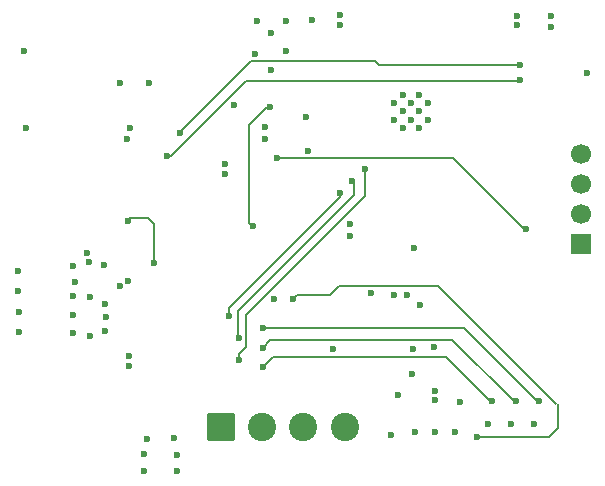
<source format=gbl>
G04 #@! TF.GenerationSoftware,KiCad,Pcbnew,9.0.4*
G04 #@! TF.CreationDate,2025-09-21T22:22:09+02:00*
G04 #@! TF.ProjectId,modbus-to-x,6d6f6462-7573-42d7-946f-2d782e6b6963,rev?*
G04 #@! TF.SameCoordinates,Original*
G04 #@! TF.FileFunction,Copper,L4,Bot*
G04 #@! TF.FilePolarity,Positive*
%FSLAX46Y46*%
G04 Gerber Fmt 4.6, Leading zero omitted, Abs format (unit mm)*
G04 Created by KiCad (PCBNEW 9.0.4) date 2025-09-21 22:22:09*
%MOMM*%
%LPD*%
G01*
G04 APERTURE LIST*
G04 Aperture macros list*
%AMRoundRect*
0 Rectangle with rounded corners*
0 $1 Rounding radius*
0 $2 $3 $4 $5 $6 $7 $8 $9 X,Y pos of 4 corners*
0 Add a 4 corners polygon primitive as box body*
4,1,4,$2,$3,$4,$5,$6,$7,$8,$9,$2,$3,0*
0 Add four circle primitives for the rounded corners*
1,1,$1+$1,$2,$3*
1,1,$1+$1,$4,$5*
1,1,$1+$1,$6,$7*
1,1,$1+$1,$8,$9*
0 Add four rect primitives between the rounded corners*
20,1,$1+$1,$2,$3,$4,$5,0*
20,1,$1+$1,$4,$5,$6,$7,0*
20,1,$1+$1,$6,$7,$8,$9,0*
20,1,$1+$1,$8,$9,$2,$3,0*%
G04 Aperture macros list end*
G04 #@! TA.AperFunction,HeatsinkPad*
%ADD10C,0.600000*%
G04 #@! TD*
G04 #@! TA.AperFunction,ComponentPad*
%ADD11C,1.700000*%
G04 #@! TD*
G04 #@! TA.AperFunction,ComponentPad*
%ADD12R,1.700000X1.700000*%
G04 #@! TD*
G04 #@! TA.AperFunction,ComponentPad*
%ADD13C,2.400000*%
G04 #@! TD*
G04 #@! TA.AperFunction,ComponentPad*
%ADD14RoundRect,0.250001X-0.949999X-0.949999X0.949999X-0.949999X0.949999X0.949999X-0.949999X0.949999X0*%
G04 #@! TD*
G04 #@! TA.AperFunction,ViaPad*
%ADD15C,0.600000*%
G04 #@! TD*
G04 #@! TA.AperFunction,Conductor*
%ADD16C,0.200000*%
G04 #@! TD*
G04 APERTURE END LIST*
D10*
X117431800Y-97825400D03*
X117431800Y-96425400D03*
X116731800Y-98525400D03*
X116731800Y-97125400D03*
X116731800Y-95725400D03*
X116006800Y-97825400D03*
X116006800Y-96425400D03*
X115331800Y-98525400D03*
X115331800Y-97125400D03*
X115331800Y-95725400D03*
X114631800Y-97825400D03*
X114631800Y-96425400D03*
D11*
X130429000Y-100711000D03*
X130429000Y-103251000D03*
X130429000Y-105791000D03*
D12*
X130429000Y-108331000D03*
D13*
X110413800Y-123850400D03*
D14*
X99913800Y-123850400D03*
D13*
X103413800Y-123850400D03*
X106913800Y-123850400D03*
D15*
X130937000Y-93853000D03*
X104200000Y-93600000D03*
X102800000Y-92300000D03*
X107659185Y-89405400D03*
X105486224Y-89462700D03*
X87376000Y-114350800D03*
X122508450Y-123575200D03*
X96200749Y-126202252D03*
X114579400Y-112674400D03*
X96226149Y-127573852D03*
X92202000Y-98531497D03*
X87376000Y-115910900D03*
X109407200Y-117297200D03*
X83286600Y-92024200D03*
X110032800Y-88950800D03*
X110845600Y-107721400D03*
X120198233Y-121776169D03*
X93406749Y-127573852D03*
X117975200Y-117072800D03*
X107117813Y-97581376D03*
X115697000Y-112699800D03*
X93406749Y-126151452D03*
X90119200Y-115747800D03*
X124489650Y-123575200D03*
X103651698Y-99472011D03*
X116756000Y-113491400D03*
X93853000Y-94767400D03*
X125018800Y-89027000D03*
X118044861Y-124274466D03*
X101015800Y-96621600D03*
X88823800Y-112877600D03*
X118081700Y-121577936D03*
X126470850Y-123575200D03*
X102997000Y-89484200D03*
X104190800Y-90474800D03*
X127889000Y-89052400D03*
X87452200Y-110236000D03*
X118081700Y-120773109D03*
X89997000Y-110185200D03*
X110845600Y-106705400D03*
X90195400Y-114579400D03*
X127889000Y-90000000D03*
X110032800Y-89800000D03*
X83413600Y-98577400D03*
X93715448Y-124857272D03*
X90119200Y-113411000D03*
X87553800Y-111607600D03*
X119745702Y-124322042D03*
X103651698Y-98499155D03*
X107300000Y-100500000D03*
X95925248Y-124831872D03*
X88849200Y-116179600D03*
X91998800Y-99491800D03*
X125018800Y-89839800D03*
X87376000Y-112790700D03*
X91363800Y-94742000D03*
X104100000Y-96800000D03*
X102616000Y-106883200D03*
X104648000Y-101092000D03*
X125806200Y-107137200D03*
X105422359Y-92041480D03*
X114326007Y-124516311D03*
X100304600Y-101600000D03*
X104411600Y-112983400D03*
X112623947Y-112537800D03*
X116100000Y-119400000D03*
X116281200Y-108737400D03*
X114956700Y-121120678D03*
X82804000Y-114088333D03*
X116332127Y-124293730D03*
X82804000Y-115798600D03*
X82753200Y-112378067D03*
X82753200Y-110667800D03*
X100304600Y-102463600D03*
X116205000Y-117285700D03*
X121619450Y-124718200D03*
X106070400Y-113030000D03*
X125247400Y-93243400D03*
X96494600Y-99009200D03*
X95340418Y-100883509D03*
X125272800Y-94462600D03*
X94259400Y-109956600D03*
X92049600Y-106426000D03*
X92125800Y-117850920D03*
X92125800Y-118714520D03*
X92049600Y-111490997D03*
X88620600Y-109143800D03*
X88773000Y-109931200D03*
X91363800Y-111963200D03*
X103469900Y-118774600D03*
X122923650Y-121695600D03*
X103469900Y-117136300D03*
X124913650Y-121695600D03*
X126903650Y-121695600D03*
X103505000Y-115519200D03*
X101498400Y-118186200D03*
X112100000Y-102000000D03*
X100634800Y-114477800D03*
X110015819Y-104069992D03*
X111000000Y-103000000D03*
X101482600Y-116306600D03*
D16*
X125637200Y-107137200D02*
X125806200Y-107137200D01*
X119601000Y-101101000D02*
X125637200Y-107137200D01*
X104657000Y-101101000D02*
X119601000Y-101101000D01*
X104648000Y-101092000D02*
X104657000Y-101101000D01*
X125171200Y-94564200D02*
X125272800Y-94462600D01*
X102035800Y-94564200D02*
X125171200Y-94564200D01*
X95716491Y-100883509D02*
X102035800Y-94564200D01*
X95340418Y-100883509D02*
X95716491Y-100883509D01*
X113360200Y-93243400D02*
X125247400Y-93243400D01*
X113016800Y-92900000D02*
X113360200Y-93243400D01*
X96494600Y-98882200D02*
X102476800Y-92900000D01*
X96494600Y-99009200D02*
X96494600Y-98882200D01*
X102476800Y-92900000D02*
X113016800Y-92900000D01*
X104100000Y-96800000D02*
X103800000Y-96800000D01*
X102300000Y-106567200D02*
X102616000Y-106883200D01*
X102300000Y-98300000D02*
X102300000Y-106567200D01*
X103800000Y-96800000D02*
X102300000Y-98300000D01*
X106375200Y-112725200D02*
X109169200Y-112725200D01*
X109956600Y-111937800D02*
X118301200Y-111937800D01*
X127715450Y-124718200D02*
X128502850Y-123930800D01*
X109169200Y-112725200D02*
X109956600Y-111937800D01*
X106070400Y-113030000D02*
X106375200Y-112725200D01*
X121619450Y-124718200D02*
X127715450Y-124718200D01*
X118301200Y-111937800D02*
X128313000Y-121949600D01*
X128502850Y-123930800D02*
X128502850Y-121949600D01*
X94259400Y-106680000D02*
X94259400Y-109956600D01*
X92278200Y-106197400D02*
X93776800Y-106197400D01*
X92049600Y-106426000D02*
X92278200Y-106197400D01*
X93776800Y-106197400D02*
X94259400Y-106680000D01*
X118974600Y-117936400D02*
X122733800Y-121695600D01*
X104308100Y-117936400D02*
X118974600Y-117936400D01*
X103469900Y-118774600D02*
X103622300Y-118622200D01*
X103469900Y-118774600D02*
X104308100Y-117936400D01*
X119501000Y-116472800D02*
X104133400Y-116472800D01*
X124723800Y-121695600D02*
X119501000Y-116472800D01*
X104133400Y-116472800D02*
X103469900Y-117136300D01*
X103492200Y-117158600D02*
X103469900Y-117136300D01*
X103526200Y-115498000D02*
X120516200Y-115498000D01*
X120516200Y-115498000D02*
X126713800Y-121695600D01*
X103505000Y-115519200D02*
X103526200Y-115498000D01*
X101498400Y-117644195D02*
X101498400Y-118186200D01*
X102082600Y-114340471D02*
X102082600Y-117059995D01*
X112100000Y-102000000D02*
X112100000Y-104323071D01*
X112100000Y-104323071D02*
X102082600Y-114340471D01*
X102082600Y-117059995D02*
X101498400Y-117644195D01*
X110015819Y-104410981D02*
X100634800Y-113792000D01*
X110015819Y-104069992D02*
X110015819Y-104410981D01*
X100634800Y-113792000D02*
X100634800Y-114477800D01*
X111200000Y-104217400D02*
X101396800Y-114020600D01*
X101396800Y-114020600D02*
X101396800Y-116123949D01*
X111200000Y-103200000D02*
X111200000Y-104217400D01*
X101396800Y-116123949D02*
X101482600Y-116209749D01*
X101482600Y-116209749D02*
X101482600Y-116306600D01*
X111000000Y-103000000D02*
X111200000Y-103200000D01*
M02*

</source>
